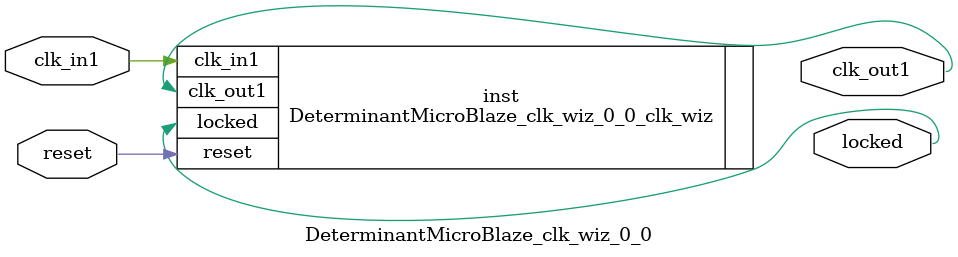
<source format=v>


`timescale 1ps/1ps

(* CORE_GENERATION_INFO = "DeterminantMicroBlaze_clk_wiz_0_0,clk_wiz_v6_0_2_0_0,{component_name=DeterminantMicroBlaze_clk_wiz_0_0,use_phase_alignment=true,use_min_o_jitter=false,use_max_i_jitter=false,use_dyn_phase_shift=false,use_inclk_switchover=false,use_dyn_reconfig=false,enable_axi=0,feedback_source=FDBK_AUTO,PRIMITIVE=MMCM,num_out_clk=1,clkin1_period=10.000,clkin2_period=10.000,use_power_down=false,use_reset=true,use_locked=true,use_inclk_stopped=false,feedback_type=SINGLE,CLOCK_MGR_TYPE=NA,manual_override=false}" *)

module DeterminantMicroBlaze_clk_wiz_0_0 
 (
  // Clock out ports
  output        clk_out1,
  // Status and control signals
  input         reset,
  output        locked,
 // Clock in ports
  input         clk_in1
 );

  DeterminantMicroBlaze_clk_wiz_0_0_clk_wiz inst
  (
  // Clock out ports  
  .clk_out1(clk_out1),
  // Status and control signals               
  .reset(reset), 
  .locked(locked),
 // Clock in ports
  .clk_in1(clk_in1)
  );

endmodule

</source>
